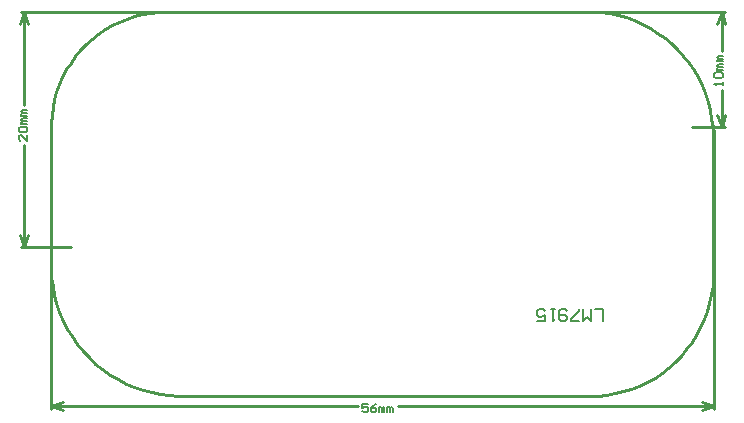
<source format=gm1>
%FSTAX23Y23*%
%MOIN*%
%SFA1B1*%

%IPPOS*%
%ADD27C,0.010000*%
%ADD41C,0.006000*%
%LNps-1*%
%LPD*%
G54D27*
X02205Y-00385D02*
D01*
X02201Y-00356*
X02196Y-00327*
X02189Y-00299*
X0218Y-00271*
X02169Y-00244*
X02156Y-00218*
X02142Y-00193*
X02126Y-00169*
X02108Y-00146*
X02088Y-00125*
X02067Y-00105*
X02045Y-00086*
X02021Y-00069*
X01997Y-00054*
X01971Y-0004*
X01944Y-00028*
X01917Y-00018*
X01889Y-00011*
X01861Y-00005*
X01832Y-00001*
X01803Y0*
X01774Y0*
X0176Y0*
X01765Y-0128D02*
D01*
X01793Y-01281*
X01822Y-0128*
X01851Y-01277*
X01879Y-01272*
X01907Y-01265*
X01934Y-01256*
X01961Y-01246*
X01987Y-01233*
X02012Y-01219*
X02036Y-01203*
X02058Y-01186*
X0208Y-01166*
X021Y-01146*
X02118Y-01124*
X02136Y-01101*
X02151Y-01076*
X02164Y-01051*
X02176Y-01025*
X02186Y-00998*
X02194Y-0097*
X022Y-00942*
X02205Y-00914*
X02206Y-0089*
X0Y-00853D02*
D01*
X00001Y-00883*
X00005Y-00913*
X0001Y-00943*
X00018Y-00972*
X00028Y-01001*
X0004Y-01029*
X00053Y-01056*
X00069Y-01082*
X00086Y-01106*
X00105Y-0113*
X00126Y-01152*
X00148Y-01173*
X00171Y-01192*
X00196Y-01209*
X00222Y-01225*
X00249Y-01239*
X00277Y-01251*
X00305Y-0126*
X00335Y-01268*
X00364Y-01274*
X00394Y-01278*
X00424Y-01279*
X0044Y-0128*
X00385Y0D02*
D01*
X00358Y0*
X00331Y-00003*
X00304Y-00008*
X00278Y-00014*
X00253Y-00023*
X00228Y-00033*
X00204Y-00045*
X0018Y-00058*
X00158Y-00073*
X00137Y-0009*
X00117Y-00108*
X00098Y-00127*
X00081Y-00147*
X00065Y-00169*
X00051Y-00192*
X00038Y-00216*
X00028Y-0024*
X00018Y-00266*
X00011Y-00291*
X00005Y-00318*
X00002Y-00344*
X0Y-00371*
X0Y-00385*
X00385Y0D02*
X0177D01*
X02205Y-0089D02*
Y-00385D01*
X0044Y-0128D02*
X01765D01*
X0Y-00853D02*
Y-00385D01*
X-0009Y0D02*
X-00076Y-00039D01*
X-00103D02*
X-0009Y0D01*
X-00103Y-00745D02*
X-0009Y-00785D01*
X-00076Y-00745*
X-0009Y-00311D02*
Y0D01*
Y-00785D02*
Y-00445D01*
X-001Y0D02*
X02235D01*
X-001Y-00785D02*
X00066D01*
X02221Y-00345D02*
X02235Y-00385D01*
X02248Y-00345*
X02235Y0D02*
X02248Y-00039D01*
X02221D02*
X02235Y0D01*
Y-00385D02*
Y-0026D01*
Y-00131D02*
Y0D01*
X02138Y-00385D02*
X02245D01*
X0213Y0D02*
X02245D01*
X0Y-01315D02*
X00039Y-01301D01*
X0Y-01315D02*
X00039Y-01328D01*
X0217D02*
X0221Y-01315D01*
X0217Y-01301D02*
X0221Y-01315D01*
X0D02*
X01022D01*
X01155D02*
X0221D01*
X0Y-01325D02*
Y-00868D01*
X0221Y-01325D02*
Y-00395D01*
G54D41*
X0184Y-01029D02*
Y-0099D01*
X01813*
X018D02*
Y-01029D01*
X01786Y-01016*
X01773Y-01029*
Y-0099*
X0176Y-01029D02*
X01733D01*
Y-01023*
X0176Y-00996*
Y-0099*
X0172Y-00996D02*
X01713Y-0099D01*
X017*
X01693Y-00996*
Y-01023*
X017Y-01029*
X01713*
X0172Y-01023*
Y-01016*
X01713Y-01009*
X01693*
X0168Y-0099D02*
X01666D01*
X01673*
Y-01029*
X0168Y-01023*
X0162Y-01029D02*
X01646D01*
Y-01009*
X01633Y-01016*
X01626*
X0162Y-01009*
Y-00996*
X01626Y-0099*
X0164*
X01646Y-00996*
X-00081Y-0041D02*
Y-00429D01*
X-00099Y-0041*
X-00103*
X-00108Y-00415*
Y-00424*
X-00103Y-00429*
Y-00401D02*
X-00108Y-00396D01*
Y-00387*
X-00103Y-00383*
X-00085*
X-00081Y-00387*
Y-00396*
X-00085Y-00401*
X-00103*
X-00081Y-00373D02*
X-00099D01*
Y-00369*
X-00094Y-00364*
X-00081*
X-00094*
X-00099Y-0036*
X-00094Y-00355*
X-00081*
Y-00346D02*
X-00099D01*
Y-00341*
X-00094Y-00337*
X-00081*
X-00094*
X-00099Y-00332*
X-00094Y-00327*
X-00081*
X02239Y-00244D02*
Y-00234D01*
Y-00239*
X02211*
X02216Y-00244*
Y-00221D02*
X02211Y-00216D01*
Y-00207*
X02216Y-00202*
X02234*
X02239Y-00207*
Y-00216*
X02234Y-00221*
X02216*
X02239Y-00193D02*
X0222D01*
Y-00188*
X02225Y-00184*
X02239*
X02225*
X0222Y-00179*
X02225Y-00175*
X02239*
Y-00165D02*
X0222D01*
Y-00161*
X02225Y-00156*
X02239*
X02225*
X0222Y-00152*
X02225Y-00147*
X02239*
X01056Y-01307D02*
X01038D01*
Y-01321*
X01047Y-01316*
X01052*
X01056Y-01321*
Y-0133*
X01052Y-01334*
X01043*
X01038Y-0133*
X01084Y-01307D02*
X01075Y-01311D01*
X01066Y-01321*
Y-0133*
X0107Y-01334*
X01079*
X01084Y-0133*
Y-01325*
X01079Y-01321*
X01066*
X01093Y-01334D02*
Y-01316D01*
X01098*
X01102Y-01321*
Y-01334*
Y-01321*
X01107Y-01316*
X01111Y-01321*
Y-01334*
X01121D02*
Y-01316D01*
X01125*
X0113Y-01321*
Y-01334*
Y-01321*
X01134Y-01316*
X01139Y-01321*
Y-01334*
M02*
</source>
